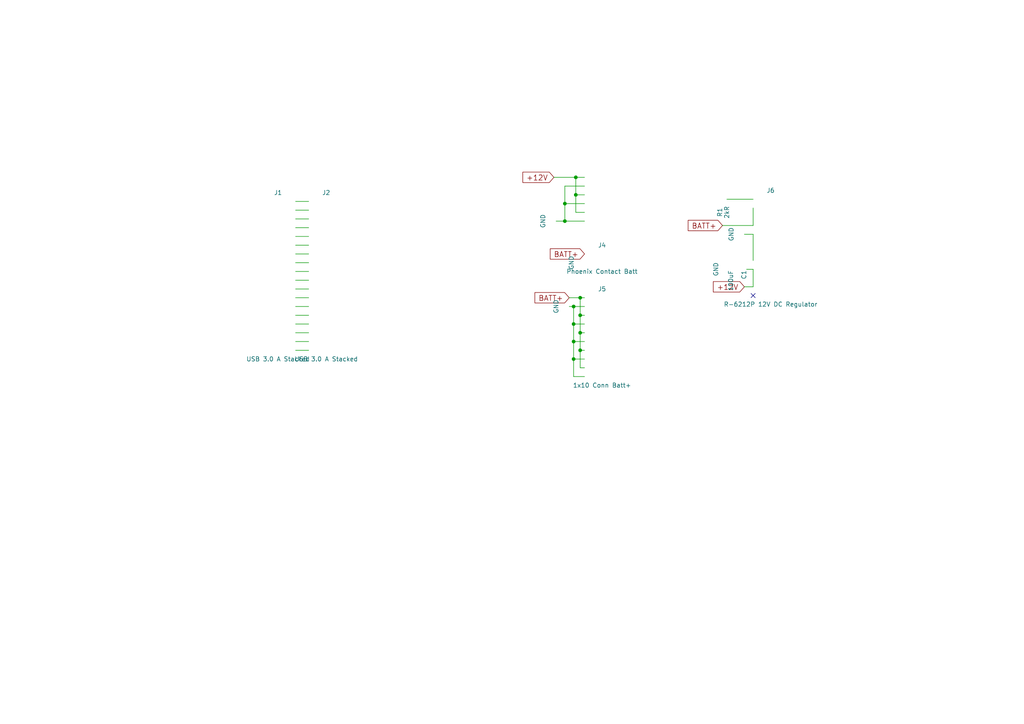
<source format=kicad_sch>
(kicad_sch (version 20230121) (generator eeschema)
  (paper "A4")
  (lib_symbols)
  (junction (at 168.275 101.6))
  (junction (at 166.37 99.06))
  (junction (at 166.37 93.98))
  (junction (at 163.83 64.135))
  (junction (at 168.275 86.36))
  (junction (at 167.005 56.515))
  (junction (at 168.275 96.52))
  (junction (at 166.37 104.14))
  (junction (at 166.37 88.9))
  (junction (at 163.83 59.055))
  (junction (at 167.005 51.435))
  (junction (at 168.275 91.44))
  (no_connect (at 218.44 85.725))
  (wire (pts (xy 85.725 96.52) (xy 89.535 96.52)))
  (wire (pts (xy 166.37 93.98) (xy 166.37 99.06)))
  (wire (pts (xy 168.275 96.52) (xy 169.545 96.52)))
  (wire (pts (xy 167.005 56.515) (xy 169.545 56.515)))
  (wire (pts (xy 163.83 53.975) (xy 163.83 59.055)))
  (wire (pts (xy 85.725 101.6) (xy 89.535 101.6)))
  (wire (pts (xy 85.725 73.66) (xy 89.535 73.66)))
  (wire (pts (xy 85.725 60.96) (xy 89.535 60.96)))
  (wire (pts (xy 85.725 83.82) (xy 89.535 83.82)))
  (wire (pts (xy 85.725 63.5) (xy 89.535 63.5)))
  (wire (pts (xy 85.725 66.04) (xy 89.535 66.04)))
  (wire (pts (xy 160.655 51.435) (xy 167.005 51.435)))
  (wire (pts (xy 163.83 53.975) (xy 169.545 53.975)))
  (wire (pts (xy 85.725 99.06) (xy 89.535 99.06)))
  (wire (pts (xy 85.725 86.36) (xy 89.535 86.36)))
  (wire (pts (xy 163.83 64.135) (xy 169.545 64.135)))
  (wire (pts (xy 166.37 104.14) (xy 166.37 109.22)))
  (wire (pts (xy 85.725 88.9) (xy 89.535 88.9)))
  (wire (pts (xy 165.1 86.36) (xy 168.275 86.36)))
  (wire (pts (xy 169.545 59.055) (xy 163.83 59.055)))
  (wire (pts (xy 85.725 91.44) (xy 89.535 91.44)))
  (wire (pts (xy 85.725 78.74) (xy 89.535 78.74)))
  (wire (pts (xy 166.37 88.9) (xy 166.37 93.98)))
  (wire (pts (xy 168.275 101.6) (xy 168.275 106.68)))
  (wire (pts (xy 218.44 60.325) (xy 218.44 65.405)))
  (wire (pts (xy 166.37 93.98) (xy 169.545 93.98)))
  (wire (pts (xy 167.005 56.515) (xy 167.005 61.595)))
  (wire (pts (xy 167.005 51.435) (xy 167.005 56.515)))
  (wire (pts (xy 168.275 106.68) (xy 169.545 106.68)))
  (wire (pts (xy 167.005 51.435) (xy 169.545 51.435)))
  (wire (pts (xy 168.275 91.44) (xy 169.545 91.44)))
  (wire (pts (xy 168.275 86.36) (xy 169.545 86.36)))
  (wire (pts (xy 210.82 57.785) (xy 218.44 57.785)))
  (wire (pts (xy 161.29 64.135) (xy 163.83 64.135)))
  (wire (pts (xy 168.275 96.52) (xy 168.275 101.6)))
  (wire (pts (xy 168.275 86.36) (xy 168.275 91.44)))
  (wire (pts (xy 168.275 91.44) (xy 168.275 96.52)))
  (wire (pts (xy 85.725 76.2) (xy 89.535 76.2)))
  (wire (pts (xy 166.37 99.06) (xy 166.37 104.14)))
  (wire (pts (xy 218.44 78.105) (xy 218.44 83.185)))
  (wire (pts (xy 167.005 61.595) (xy 169.545 61.595)))
  (wire (pts (xy 168.275 101.6) (xy 169.545 101.6)))
  (wire (pts (xy 85.725 81.28) (xy 89.535 81.28)))
  (wire (pts (xy 166.37 99.06) (xy 169.545 99.06)))
  (wire (pts (xy 166.37 88.9) (xy 169.545 88.9)))
  (wire (pts (xy 85.725 58.42) (xy 89.535 58.42)))
  (wire (pts (xy 85.725 71.12) (xy 89.535 71.12)))
  (wire (pts (xy 85.725 93.98) (xy 89.535 93.98)))
  (wire (pts (xy 163.83 59.055) (xy 163.83 64.135)))
  (wire (pts (xy 216.535 78.105) (xy 218.44 78.105)))
  (wire (pts (xy 165.1 88.9) (xy 166.37 88.9)))
  (wire (pts (xy 209.55 65.405) (xy 218.44 65.405)))
  (wire (pts (xy 166.37 109.22) (xy 169.545 109.22)))
  (wire (pts (xy 218.44 83.185) (xy 215.9 83.185)))
  (wire (pts (xy 85.725 68.58) (xy 89.535 68.58)))
  (wire (pts (xy 218.44 67.945) (xy 215.9 67.945)))
  (wire (pts (xy 218.44 67.945) (xy 218.44 75.565)))
  (wire (pts (xy 166.37 104.14) (xy 169.545 104.14)))
  (global_label "BATT+" (shape input) (at 169.545 73.66 180) (effects (font (size 1.524 1.524))) (property "Intersheetrefs" "${INTERSHEET_REFS}" (effects hide)))
  (global_label "BATT+" (shape input) (at 209.55 65.405 180) (effects (font (size 1.524 1.524))) (property "Intersheetrefs" "${INTERSHEET_REFS}" (effects hide)))
  (global_label "+12V" (shape input) (at 160.655 51.435 180) (effects (font (size 1.524 1.524))) (property "Intersheetrefs" "${INTERSHEET_REFS}" (effects hide)))
  (global_label "BATT+" (shape input) (at 165.1 86.36 180) (effects (font (size 1.524 1.524))) (property "Intersheetrefs" "${INTERSHEET_REFS}" (effects hide)))
  (global_label "+12V" (shape input) (at 215.9 83.185 180) (effects (font (size 1.524 1.524))) (property "Intersheetrefs" "${INTERSHEET_REFS}" (effects hide)))
  (symbol (lib_id "Conn_01x12") (at 223.52 70.485 0) (unit 1)
    (property "Reference" "J6" (at 223.52 55.245 0))
    (property "Value" "R-6212P 12V DC Regulator" (at 223.52 88.265 0))
    (property "Footprint" "USST-footprints:R-6212P_14-34VDC-12VDC_Converter" (effects hide))
  )
  (symbol (lib_id "GND") (at 215.9 67.945 270) (unit 1)
    (property "Reference" "#PWR01" (effects hide))
    (property "Value" "GND" (at 212.09 67.945 0))
  )
  (symbol (lib_id "GND") (at 161.29 64.135 270) (unit 1)
    (property "Reference" "#PWR02" (effects hide))
    (property "Value" "GND" (at 157.48 64.135 0))
  )
  (symbol (lib_id "Conn_01x02") (at 174.625 73.66 0) (unit 1)
    (property "Reference" "J4" (at 174.625 71.12 0))
    (property "Value" "Phoenix Contact Batt" (at 174.625 78.74 0))
    (property "Footprint" "USST-footprints:Phoenix_Contact_1770539" (effects hide))
  )
  (symbol (lib_id "GND") (at 169.545 76.2 270) (unit 1)
    (property "Reference" "#PWR03" (effects hide))
    (property "Value" "GND" (at 165.735 76.2 0))
  )
  (symbol (lib_id "Conn_01x10") (at 174.625 96.52 0) (unit 1)
    (property "Reference" "J5" (at 174.625 83.82 0))
    (property "Value" "1x10 Conn Batt+" (at 174.625 111.76 0))
    (property "Footprint" "USST-footprints:Phoenix_Contact_Terminal_Block_1x10_1935242" (effects hide))
  )
  (symbol (lib_id "GND") (at 165.1 88.9 270) (unit 1)
    (property "Reference" "#PWR04" (effects hide))
    (property "Value" "GND" (at 161.29 88.9 0))
  )
  (symbol (lib_id "Conn_01x18") (at 94.615 78.74 0) (unit 1)
    (property "Reference" "J2" (at 94.615 55.88 0))
    (property "Value" "USB 3.0 A Stacked" (at 94.615 104.14 0))
    (property "Footprint" "USST-footprints:USB-A_3.0_Stacked_WM10420-ND" (effects hide))
  )
  (symbol (lib_id "Conn_01x18") (at 80.645 78.74 0) (mirror y) (unit 1)
    (property "Reference" "J1" (at 80.645 55.88 0))
    (property "Value" "USB 3.0 A Stacked" (at 80.645 104.14 0))
    (property "Footprint" "USST-footprints:USB-A_3.0_Stacked_WM10420-ND" (effects hide))
  )
  (symbol (lib_id "C_Small") (at 213.995 78.105 270) (unit 1)
    (property "Reference" "C1" (at 215.773 78.359 0) (effects (justify left)))
    (property "Value" "100uF" (at 211.963 78.359 0) (effects (justify left)))
    (property "Footprint" "Capacitors_ThroughHole:CP_Radial_D6.3mm_P2.50mm" (effects hide))
  )
  (symbol (lib_id "GND") (at 211.455 78.105 270) (unit 1)
    (property "Reference" "#PWR05" (effects hide))
    (property "Value" "GND" (at 207.645 78.105 0))
  )
  (symbol (lib_id "R") (at 210.82 61.595 180) (unit 1)
    (property "Reference" "R1" (at 208.788 61.595 90))
    (property "Value" "2kR" (at 210.82 61.595 90))
    (property "Footprint" "Resistors_SMD:R_0805_HandSoldering" (effects hide))
  )
  (symbol (lib_id "Conn_01x06") (at 174.625 56.515 0) (unit 1)
    (property "Reference" "J3" (at 174.625 48.895 0))
    (property "Value" "1x6 Conn +12V" (at 174.625 66.675 0))
    (property "Footprint" "USST-footprints:TerminalBlock_Pheonix_PT-5mm_6pol" (effects hide))
  )
)
</source>
